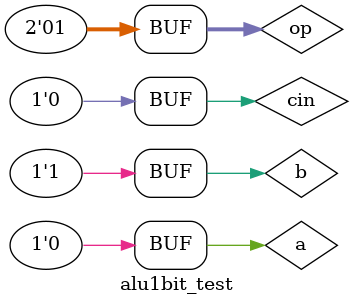
<source format=sv>
module alu1bit_test;

// Put your code here
// ------------------

  // Signal declarations
    // Gate output wires
    logic s;
    logic cout;

    // Gate inputs
    logic a;
    logic b;
    logic [1:0] op;
    logic cin;
	
	alu1bit alu1bit_inst(
	.a(a),
	.b(b),
	.op(op),
	.cin(cin),
	.cout(cout),
	.s(s)
);
	
    // The testbench: try different input combinations at different points
    // of time - change values every 10 time units.
    initial begin
		op[0] = 1'b1;
		op[1] = 1'b1;
		a = 1'b0;
		b = 1'b0;
		cin = 1'b0;
		
		#100
		a = 1'b1;
		
		#100
		a = 1'b1;
		
		#100
		cin = 1'b1;
		
		#100
		op[0] = 1'b1;
		a = 1'b0;
		b = 1'b0;
		cin = 1'b0;
		
		#100
		a = 1'b1;
		
		#100
		a = 1'b0;
		b = 1'b1;
		
		#100
		a = 1'b1;
		
		#100
		a = 1'b0;
		b = 1'b0;
		cin = 1'b1;
		
		#100
		op[0] = 1'b0;
		op[1] = 1'b0;
		a = 1'b0;
		b = 1'b0;
		cin = 1'b0;
		
		#100
		a = 1'b1;
		
		#100
		op[0] = 1'b1;
		a = 1'b0;
		b = 1'b0;
		cin = 1'b0;
		
		#100
		b = 1'b1;
		
		#100;
		
	end
	

// End of your code

endmodule

</source>
